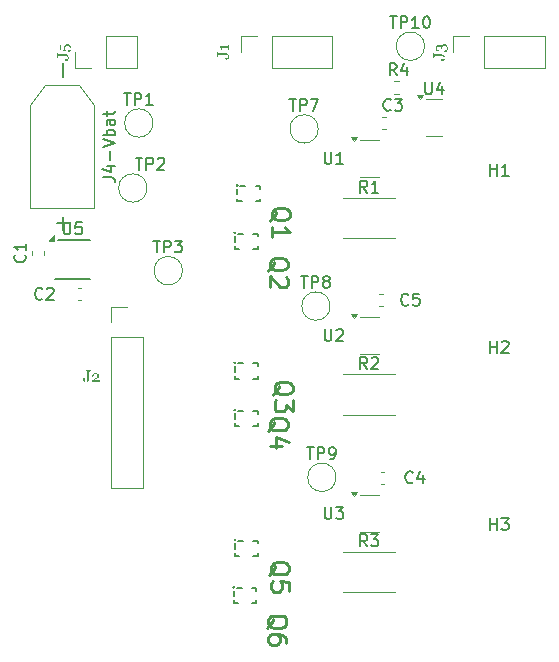
<source format=gbr>
%TF.GenerationSoftware,KiCad,Pcbnew,8.0.2*%
%TF.CreationDate,2024-06-01T20:14:58-04:00*%
%TF.ProjectId,small_compliant_drive,736d616c-6c5f-4636-9f6d-706c69616e74,rev?*%
%TF.SameCoordinates,Original*%
%TF.FileFunction,Legend,Top*%
%TF.FilePolarity,Positive*%
%FSLAX46Y46*%
G04 Gerber Fmt 4.6, Leading zero omitted, Abs format (unit mm)*
G04 Created by KiCad (PCBNEW 8.0.2) date 2024-06-01 20:14:58*
%MOMM*%
%LPD*%
G01*
G04 APERTURE LIST*
%ADD10C,0.150000*%
%ADD11C,0.254000*%
%ADD12C,0.120000*%
%ADD13C,0.127000*%
G04 APERTURE END LIST*
D10*
X158454819Y-51571428D02*
X159169104Y-51571428D01*
X159169104Y-51571428D02*
X159311961Y-51619047D01*
X159311961Y-51619047D02*
X159407200Y-51714285D01*
X159407200Y-51714285D02*
X159454819Y-51857142D01*
X159454819Y-51857142D02*
X159454819Y-51952380D01*
X158788152Y-50666666D02*
X159454819Y-50666666D01*
X158407200Y-50904761D02*
X159121485Y-51142856D01*
X159121485Y-51142856D02*
X159121485Y-50523809D01*
X159073866Y-50142856D02*
X159073866Y-49380952D01*
X158454819Y-49047618D02*
X159454819Y-48714285D01*
X159454819Y-48714285D02*
X158454819Y-48380952D01*
X159454819Y-48047618D02*
X158454819Y-48047618D01*
X158835771Y-48047618D02*
X158788152Y-47952380D01*
X158788152Y-47952380D02*
X158788152Y-47761904D01*
X158788152Y-47761904D02*
X158835771Y-47666666D01*
X158835771Y-47666666D02*
X158883390Y-47619047D01*
X158883390Y-47619047D02*
X158978628Y-47571428D01*
X158978628Y-47571428D02*
X159264342Y-47571428D01*
X159264342Y-47571428D02*
X159359580Y-47619047D01*
X159359580Y-47619047D02*
X159407200Y-47666666D01*
X159407200Y-47666666D02*
X159454819Y-47761904D01*
X159454819Y-47761904D02*
X159454819Y-47952380D01*
X159454819Y-47952380D02*
X159407200Y-48047618D01*
X159454819Y-46714285D02*
X158931009Y-46714285D01*
X158931009Y-46714285D02*
X158835771Y-46761904D01*
X158835771Y-46761904D02*
X158788152Y-46857142D01*
X158788152Y-46857142D02*
X158788152Y-47047618D01*
X158788152Y-47047618D02*
X158835771Y-47142856D01*
X159407200Y-46714285D02*
X159454819Y-46809523D01*
X159454819Y-46809523D02*
X159454819Y-47047618D01*
X159454819Y-47047618D02*
X159407200Y-47142856D01*
X159407200Y-47142856D02*
X159311961Y-47190475D01*
X159311961Y-47190475D02*
X159216723Y-47190475D01*
X159216723Y-47190475D02*
X159121485Y-47142856D01*
X159121485Y-47142856D02*
X159073866Y-47047618D01*
X159073866Y-47047618D02*
X159073866Y-46809523D01*
X159073866Y-46809523D02*
X159026247Y-46714285D01*
X158788152Y-46380951D02*
X158788152Y-45999999D01*
X158454819Y-46238094D02*
X159311961Y-46238094D01*
X159311961Y-46238094D02*
X159407200Y-46190475D01*
X159407200Y-46190475D02*
X159454819Y-46095237D01*
X159454819Y-46095237D02*
X159454819Y-45999999D01*
X155114700Y-56071428D02*
X155114700Y-54928571D01*
X155686128Y-55499999D02*
X154543271Y-55499999D01*
X155114700Y-43071428D02*
X155114700Y-41928571D01*
X180833333Y-82834819D02*
X180500000Y-82358628D01*
X180261905Y-82834819D02*
X180261905Y-81834819D01*
X180261905Y-81834819D02*
X180642857Y-81834819D01*
X180642857Y-81834819D02*
X180738095Y-81882438D01*
X180738095Y-81882438D02*
X180785714Y-81930057D01*
X180785714Y-81930057D02*
X180833333Y-82025295D01*
X180833333Y-82025295D02*
X180833333Y-82168152D01*
X180833333Y-82168152D02*
X180785714Y-82263390D01*
X180785714Y-82263390D02*
X180738095Y-82311009D01*
X180738095Y-82311009D02*
X180642857Y-82358628D01*
X180642857Y-82358628D02*
X180261905Y-82358628D01*
X181166667Y-81834819D02*
X181785714Y-81834819D01*
X181785714Y-81834819D02*
X181452381Y-82215771D01*
X181452381Y-82215771D02*
X181595238Y-82215771D01*
X181595238Y-82215771D02*
X181690476Y-82263390D01*
X181690476Y-82263390D02*
X181738095Y-82311009D01*
X181738095Y-82311009D02*
X181785714Y-82406247D01*
X181785714Y-82406247D02*
X181785714Y-82644342D01*
X181785714Y-82644342D02*
X181738095Y-82739580D01*
X181738095Y-82739580D02*
X181690476Y-82787200D01*
X181690476Y-82787200D02*
X181595238Y-82834819D01*
X181595238Y-82834819D02*
X181309524Y-82834819D01*
X181309524Y-82834819D02*
X181214286Y-82787200D01*
X181214286Y-82787200D02*
X181166667Y-82739580D01*
X180833333Y-67834819D02*
X180500000Y-67358628D01*
X180261905Y-67834819D02*
X180261905Y-66834819D01*
X180261905Y-66834819D02*
X180642857Y-66834819D01*
X180642857Y-66834819D02*
X180738095Y-66882438D01*
X180738095Y-66882438D02*
X180785714Y-66930057D01*
X180785714Y-66930057D02*
X180833333Y-67025295D01*
X180833333Y-67025295D02*
X180833333Y-67168152D01*
X180833333Y-67168152D02*
X180785714Y-67263390D01*
X180785714Y-67263390D02*
X180738095Y-67311009D01*
X180738095Y-67311009D02*
X180642857Y-67358628D01*
X180642857Y-67358628D02*
X180261905Y-67358628D01*
X181214286Y-66930057D02*
X181261905Y-66882438D01*
X181261905Y-66882438D02*
X181357143Y-66834819D01*
X181357143Y-66834819D02*
X181595238Y-66834819D01*
X181595238Y-66834819D02*
X181690476Y-66882438D01*
X181690476Y-66882438D02*
X181738095Y-66930057D01*
X181738095Y-66930057D02*
X181785714Y-67025295D01*
X181785714Y-67025295D02*
X181785714Y-67120533D01*
X181785714Y-67120533D02*
X181738095Y-67263390D01*
X181738095Y-67263390D02*
X181166667Y-67834819D01*
X181166667Y-67834819D02*
X181785714Y-67834819D01*
X180833333Y-52884819D02*
X180500000Y-52408628D01*
X180261905Y-52884819D02*
X180261905Y-51884819D01*
X180261905Y-51884819D02*
X180642857Y-51884819D01*
X180642857Y-51884819D02*
X180738095Y-51932438D01*
X180738095Y-51932438D02*
X180785714Y-51980057D01*
X180785714Y-51980057D02*
X180833333Y-52075295D01*
X180833333Y-52075295D02*
X180833333Y-52218152D01*
X180833333Y-52218152D02*
X180785714Y-52313390D01*
X180785714Y-52313390D02*
X180738095Y-52361009D01*
X180738095Y-52361009D02*
X180642857Y-52408628D01*
X180642857Y-52408628D02*
X180261905Y-52408628D01*
X181785714Y-52884819D02*
X181214286Y-52884819D01*
X181500000Y-52884819D02*
X181500000Y-51884819D01*
X181500000Y-51884819D02*
X181404762Y-52027676D01*
X181404762Y-52027676D02*
X181309524Y-52122914D01*
X181309524Y-52122914D02*
X181214286Y-52170533D01*
X184333333Y-62359580D02*
X184285714Y-62407200D01*
X184285714Y-62407200D02*
X184142857Y-62454819D01*
X184142857Y-62454819D02*
X184047619Y-62454819D01*
X184047619Y-62454819D02*
X183904762Y-62407200D01*
X183904762Y-62407200D02*
X183809524Y-62311961D01*
X183809524Y-62311961D02*
X183761905Y-62216723D01*
X183761905Y-62216723D02*
X183714286Y-62026247D01*
X183714286Y-62026247D02*
X183714286Y-61883390D01*
X183714286Y-61883390D02*
X183761905Y-61692914D01*
X183761905Y-61692914D02*
X183809524Y-61597676D01*
X183809524Y-61597676D02*
X183904762Y-61502438D01*
X183904762Y-61502438D02*
X184047619Y-61454819D01*
X184047619Y-61454819D02*
X184142857Y-61454819D01*
X184142857Y-61454819D02*
X184285714Y-61502438D01*
X184285714Y-61502438D02*
X184333333Y-61550057D01*
X185238095Y-61454819D02*
X184761905Y-61454819D01*
X184761905Y-61454819D02*
X184714286Y-61931009D01*
X184714286Y-61931009D02*
X184761905Y-61883390D01*
X184761905Y-61883390D02*
X184857143Y-61835771D01*
X184857143Y-61835771D02*
X185095238Y-61835771D01*
X185095238Y-61835771D02*
X185190476Y-61883390D01*
X185190476Y-61883390D02*
X185238095Y-61931009D01*
X185238095Y-61931009D02*
X185285714Y-62026247D01*
X185285714Y-62026247D02*
X185285714Y-62264342D01*
X185285714Y-62264342D02*
X185238095Y-62359580D01*
X185238095Y-62359580D02*
X185190476Y-62407200D01*
X185190476Y-62407200D02*
X185095238Y-62454819D01*
X185095238Y-62454819D02*
X184857143Y-62454819D01*
X184857143Y-62454819D02*
X184761905Y-62407200D01*
X184761905Y-62407200D02*
X184714286Y-62359580D01*
X184695833Y-77409580D02*
X184648214Y-77457200D01*
X184648214Y-77457200D02*
X184505357Y-77504819D01*
X184505357Y-77504819D02*
X184410119Y-77504819D01*
X184410119Y-77504819D02*
X184267262Y-77457200D01*
X184267262Y-77457200D02*
X184172024Y-77361961D01*
X184172024Y-77361961D02*
X184124405Y-77266723D01*
X184124405Y-77266723D02*
X184076786Y-77076247D01*
X184076786Y-77076247D02*
X184076786Y-76933390D01*
X184076786Y-76933390D02*
X184124405Y-76742914D01*
X184124405Y-76742914D02*
X184172024Y-76647676D01*
X184172024Y-76647676D02*
X184267262Y-76552438D01*
X184267262Y-76552438D02*
X184410119Y-76504819D01*
X184410119Y-76504819D02*
X184505357Y-76504819D01*
X184505357Y-76504819D02*
X184648214Y-76552438D01*
X184648214Y-76552438D02*
X184695833Y-76600057D01*
X185552976Y-76838152D02*
X185552976Y-77504819D01*
X185314881Y-76457200D02*
X185076786Y-77171485D01*
X185076786Y-77171485D02*
X185695833Y-77171485D01*
X182833333Y-45859580D02*
X182785714Y-45907200D01*
X182785714Y-45907200D02*
X182642857Y-45954819D01*
X182642857Y-45954819D02*
X182547619Y-45954819D01*
X182547619Y-45954819D02*
X182404762Y-45907200D01*
X182404762Y-45907200D02*
X182309524Y-45811961D01*
X182309524Y-45811961D02*
X182261905Y-45716723D01*
X182261905Y-45716723D02*
X182214286Y-45526247D01*
X182214286Y-45526247D02*
X182214286Y-45383390D01*
X182214286Y-45383390D02*
X182261905Y-45192914D01*
X182261905Y-45192914D02*
X182309524Y-45097676D01*
X182309524Y-45097676D02*
X182404762Y-45002438D01*
X182404762Y-45002438D02*
X182547619Y-44954819D01*
X182547619Y-44954819D02*
X182642857Y-44954819D01*
X182642857Y-44954819D02*
X182785714Y-45002438D01*
X182785714Y-45002438D02*
X182833333Y-45050057D01*
X183166667Y-44954819D02*
X183785714Y-44954819D01*
X183785714Y-44954819D02*
X183452381Y-45335771D01*
X183452381Y-45335771D02*
X183595238Y-45335771D01*
X183595238Y-45335771D02*
X183690476Y-45383390D01*
X183690476Y-45383390D02*
X183738095Y-45431009D01*
X183738095Y-45431009D02*
X183785714Y-45526247D01*
X183785714Y-45526247D02*
X183785714Y-45764342D01*
X183785714Y-45764342D02*
X183738095Y-45859580D01*
X183738095Y-45859580D02*
X183690476Y-45907200D01*
X183690476Y-45907200D02*
X183595238Y-45954819D01*
X183595238Y-45954819D02*
X183309524Y-45954819D01*
X183309524Y-45954819D02*
X183214286Y-45907200D01*
X183214286Y-45907200D02*
X183166667Y-45859580D01*
X155138095Y-55404819D02*
X155138095Y-56214342D01*
X155138095Y-56214342D02*
X155185714Y-56309580D01*
X155185714Y-56309580D02*
X155233333Y-56357200D01*
X155233333Y-56357200D02*
X155328571Y-56404819D01*
X155328571Y-56404819D02*
X155519047Y-56404819D01*
X155519047Y-56404819D02*
X155614285Y-56357200D01*
X155614285Y-56357200D02*
X155661904Y-56309580D01*
X155661904Y-56309580D02*
X155709523Y-56214342D01*
X155709523Y-56214342D02*
X155709523Y-55404819D01*
X156661904Y-55404819D02*
X156185714Y-55404819D01*
X156185714Y-55404819D02*
X156138095Y-55881009D01*
X156138095Y-55881009D02*
X156185714Y-55833390D01*
X156185714Y-55833390D02*
X156280952Y-55785771D01*
X156280952Y-55785771D02*
X156519047Y-55785771D01*
X156519047Y-55785771D02*
X156614285Y-55833390D01*
X156614285Y-55833390D02*
X156661904Y-55881009D01*
X156661904Y-55881009D02*
X156709523Y-55976247D01*
X156709523Y-55976247D02*
X156709523Y-56214342D01*
X156709523Y-56214342D02*
X156661904Y-56309580D01*
X156661904Y-56309580D02*
X156614285Y-56357200D01*
X156614285Y-56357200D02*
X156519047Y-56404819D01*
X156519047Y-56404819D02*
X156280952Y-56404819D01*
X156280952Y-56404819D02*
X156185714Y-56357200D01*
X156185714Y-56357200D02*
X156138095Y-56309580D01*
X185738095Y-43554819D02*
X185738095Y-44364342D01*
X185738095Y-44364342D02*
X185785714Y-44459580D01*
X185785714Y-44459580D02*
X185833333Y-44507200D01*
X185833333Y-44507200D02*
X185928571Y-44554819D01*
X185928571Y-44554819D02*
X186119047Y-44554819D01*
X186119047Y-44554819D02*
X186214285Y-44507200D01*
X186214285Y-44507200D02*
X186261904Y-44459580D01*
X186261904Y-44459580D02*
X186309523Y-44364342D01*
X186309523Y-44364342D02*
X186309523Y-43554819D01*
X187214285Y-43888152D02*
X187214285Y-44554819D01*
X186976190Y-43507200D02*
X186738095Y-44221485D01*
X186738095Y-44221485D02*
X187357142Y-44221485D01*
X177238095Y-79504819D02*
X177238095Y-80314342D01*
X177238095Y-80314342D02*
X177285714Y-80409580D01*
X177285714Y-80409580D02*
X177333333Y-80457200D01*
X177333333Y-80457200D02*
X177428571Y-80504819D01*
X177428571Y-80504819D02*
X177619047Y-80504819D01*
X177619047Y-80504819D02*
X177714285Y-80457200D01*
X177714285Y-80457200D02*
X177761904Y-80409580D01*
X177761904Y-80409580D02*
X177809523Y-80314342D01*
X177809523Y-80314342D02*
X177809523Y-79504819D01*
X178190476Y-79504819D02*
X178809523Y-79504819D01*
X178809523Y-79504819D02*
X178476190Y-79885771D01*
X178476190Y-79885771D02*
X178619047Y-79885771D01*
X178619047Y-79885771D02*
X178714285Y-79933390D01*
X178714285Y-79933390D02*
X178761904Y-79981009D01*
X178761904Y-79981009D02*
X178809523Y-80076247D01*
X178809523Y-80076247D02*
X178809523Y-80314342D01*
X178809523Y-80314342D02*
X178761904Y-80409580D01*
X178761904Y-80409580D02*
X178714285Y-80457200D01*
X178714285Y-80457200D02*
X178619047Y-80504819D01*
X178619047Y-80504819D02*
X178333333Y-80504819D01*
X178333333Y-80504819D02*
X178238095Y-80457200D01*
X178238095Y-80457200D02*
X178190476Y-80409580D01*
X177238095Y-64454819D02*
X177238095Y-65264342D01*
X177238095Y-65264342D02*
X177285714Y-65359580D01*
X177285714Y-65359580D02*
X177333333Y-65407200D01*
X177333333Y-65407200D02*
X177428571Y-65454819D01*
X177428571Y-65454819D02*
X177619047Y-65454819D01*
X177619047Y-65454819D02*
X177714285Y-65407200D01*
X177714285Y-65407200D02*
X177761904Y-65359580D01*
X177761904Y-65359580D02*
X177809523Y-65264342D01*
X177809523Y-65264342D02*
X177809523Y-64454819D01*
X178238095Y-64550057D02*
X178285714Y-64502438D01*
X178285714Y-64502438D02*
X178380952Y-64454819D01*
X178380952Y-64454819D02*
X178619047Y-64454819D01*
X178619047Y-64454819D02*
X178714285Y-64502438D01*
X178714285Y-64502438D02*
X178761904Y-64550057D01*
X178761904Y-64550057D02*
X178809523Y-64645295D01*
X178809523Y-64645295D02*
X178809523Y-64740533D01*
X178809523Y-64740533D02*
X178761904Y-64883390D01*
X178761904Y-64883390D02*
X178190476Y-65454819D01*
X178190476Y-65454819D02*
X178809523Y-65454819D01*
X177238095Y-49454819D02*
X177238095Y-50264342D01*
X177238095Y-50264342D02*
X177285714Y-50359580D01*
X177285714Y-50359580D02*
X177333333Y-50407200D01*
X177333333Y-50407200D02*
X177428571Y-50454819D01*
X177428571Y-50454819D02*
X177619047Y-50454819D01*
X177619047Y-50454819D02*
X177714285Y-50407200D01*
X177714285Y-50407200D02*
X177761904Y-50359580D01*
X177761904Y-50359580D02*
X177809523Y-50264342D01*
X177809523Y-50264342D02*
X177809523Y-49454819D01*
X178809523Y-50454819D02*
X178238095Y-50454819D01*
X178523809Y-50454819D02*
X178523809Y-49454819D01*
X178523809Y-49454819D02*
X178428571Y-49597676D01*
X178428571Y-49597676D02*
X178333333Y-49692914D01*
X178333333Y-49692914D02*
X178238095Y-49740533D01*
X182761905Y-37956819D02*
X183333333Y-37956819D01*
X183047619Y-38956819D02*
X183047619Y-37956819D01*
X183666667Y-38956819D02*
X183666667Y-37956819D01*
X183666667Y-37956819D02*
X184047619Y-37956819D01*
X184047619Y-37956819D02*
X184142857Y-38004438D01*
X184142857Y-38004438D02*
X184190476Y-38052057D01*
X184190476Y-38052057D02*
X184238095Y-38147295D01*
X184238095Y-38147295D02*
X184238095Y-38290152D01*
X184238095Y-38290152D02*
X184190476Y-38385390D01*
X184190476Y-38385390D02*
X184142857Y-38433009D01*
X184142857Y-38433009D02*
X184047619Y-38480628D01*
X184047619Y-38480628D02*
X183666667Y-38480628D01*
X185190476Y-38956819D02*
X184619048Y-38956819D01*
X184904762Y-38956819D02*
X184904762Y-37956819D01*
X184904762Y-37956819D02*
X184809524Y-38099676D01*
X184809524Y-38099676D02*
X184714286Y-38194914D01*
X184714286Y-38194914D02*
X184619048Y-38242533D01*
X185809524Y-37956819D02*
X185904762Y-37956819D01*
X185904762Y-37956819D02*
X186000000Y-38004438D01*
X186000000Y-38004438D02*
X186047619Y-38052057D01*
X186047619Y-38052057D02*
X186095238Y-38147295D01*
X186095238Y-38147295D02*
X186142857Y-38337771D01*
X186142857Y-38337771D02*
X186142857Y-38575866D01*
X186142857Y-38575866D02*
X186095238Y-38766342D01*
X186095238Y-38766342D02*
X186047619Y-38861580D01*
X186047619Y-38861580D02*
X186000000Y-38909200D01*
X186000000Y-38909200D02*
X185904762Y-38956819D01*
X185904762Y-38956819D02*
X185809524Y-38956819D01*
X185809524Y-38956819D02*
X185714286Y-38909200D01*
X185714286Y-38909200D02*
X185666667Y-38861580D01*
X185666667Y-38861580D02*
X185619048Y-38766342D01*
X185619048Y-38766342D02*
X185571429Y-38575866D01*
X185571429Y-38575866D02*
X185571429Y-38337771D01*
X185571429Y-38337771D02*
X185619048Y-38147295D01*
X185619048Y-38147295D02*
X185666667Y-38052057D01*
X185666667Y-38052057D02*
X185714286Y-38004438D01*
X185714286Y-38004438D02*
X185809524Y-37956819D01*
X175738095Y-74456819D02*
X176309523Y-74456819D01*
X176023809Y-75456819D02*
X176023809Y-74456819D01*
X176642857Y-75456819D02*
X176642857Y-74456819D01*
X176642857Y-74456819D02*
X177023809Y-74456819D01*
X177023809Y-74456819D02*
X177119047Y-74504438D01*
X177119047Y-74504438D02*
X177166666Y-74552057D01*
X177166666Y-74552057D02*
X177214285Y-74647295D01*
X177214285Y-74647295D02*
X177214285Y-74790152D01*
X177214285Y-74790152D02*
X177166666Y-74885390D01*
X177166666Y-74885390D02*
X177119047Y-74933009D01*
X177119047Y-74933009D02*
X177023809Y-74980628D01*
X177023809Y-74980628D02*
X176642857Y-74980628D01*
X177690476Y-75456819D02*
X177880952Y-75456819D01*
X177880952Y-75456819D02*
X177976190Y-75409200D01*
X177976190Y-75409200D02*
X178023809Y-75361580D01*
X178023809Y-75361580D02*
X178119047Y-75218723D01*
X178119047Y-75218723D02*
X178166666Y-75028247D01*
X178166666Y-75028247D02*
X178166666Y-74647295D01*
X178166666Y-74647295D02*
X178119047Y-74552057D01*
X178119047Y-74552057D02*
X178071428Y-74504438D01*
X178071428Y-74504438D02*
X177976190Y-74456819D01*
X177976190Y-74456819D02*
X177785714Y-74456819D01*
X177785714Y-74456819D02*
X177690476Y-74504438D01*
X177690476Y-74504438D02*
X177642857Y-74552057D01*
X177642857Y-74552057D02*
X177595238Y-74647295D01*
X177595238Y-74647295D02*
X177595238Y-74885390D01*
X177595238Y-74885390D02*
X177642857Y-74980628D01*
X177642857Y-74980628D02*
X177690476Y-75028247D01*
X177690476Y-75028247D02*
X177785714Y-75075866D01*
X177785714Y-75075866D02*
X177976190Y-75075866D01*
X177976190Y-75075866D02*
X178071428Y-75028247D01*
X178071428Y-75028247D02*
X178119047Y-74980628D01*
X178119047Y-74980628D02*
X178166666Y-74885390D01*
X175238095Y-59956819D02*
X175809523Y-59956819D01*
X175523809Y-60956819D02*
X175523809Y-59956819D01*
X176142857Y-60956819D02*
X176142857Y-59956819D01*
X176142857Y-59956819D02*
X176523809Y-59956819D01*
X176523809Y-59956819D02*
X176619047Y-60004438D01*
X176619047Y-60004438D02*
X176666666Y-60052057D01*
X176666666Y-60052057D02*
X176714285Y-60147295D01*
X176714285Y-60147295D02*
X176714285Y-60290152D01*
X176714285Y-60290152D02*
X176666666Y-60385390D01*
X176666666Y-60385390D02*
X176619047Y-60433009D01*
X176619047Y-60433009D02*
X176523809Y-60480628D01*
X176523809Y-60480628D02*
X176142857Y-60480628D01*
X177285714Y-60385390D02*
X177190476Y-60337771D01*
X177190476Y-60337771D02*
X177142857Y-60290152D01*
X177142857Y-60290152D02*
X177095238Y-60194914D01*
X177095238Y-60194914D02*
X177095238Y-60147295D01*
X177095238Y-60147295D02*
X177142857Y-60052057D01*
X177142857Y-60052057D02*
X177190476Y-60004438D01*
X177190476Y-60004438D02*
X177285714Y-59956819D01*
X177285714Y-59956819D02*
X177476190Y-59956819D01*
X177476190Y-59956819D02*
X177571428Y-60004438D01*
X177571428Y-60004438D02*
X177619047Y-60052057D01*
X177619047Y-60052057D02*
X177666666Y-60147295D01*
X177666666Y-60147295D02*
X177666666Y-60194914D01*
X177666666Y-60194914D02*
X177619047Y-60290152D01*
X177619047Y-60290152D02*
X177571428Y-60337771D01*
X177571428Y-60337771D02*
X177476190Y-60385390D01*
X177476190Y-60385390D02*
X177285714Y-60385390D01*
X177285714Y-60385390D02*
X177190476Y-60433009D01*
X177190476Y-60433009D02*
X177142857Y-60480628D01*
X177142857Y-60480628D02*
X177095238Y-60575866D01*
X177095238Y-60575866D02*
X177095238Y-60766342D01*
X177095238Y-60766342D02*
X177142857Y-60861580D01*
X177142857Y-60861580D02*
X177190476Y-60909200D01*
X177190476Y-60909200D02*
X177285714Y-60956819D01*
X177285714Y-60956819D02*
X177476190Y-60956819D01*
X177476190Y-60956819D02*
X177571428Y-60909200D01*
X177571428Y-60909200D02*
X177619047Y-60861580D01*
X177619047Y-60861580D02*
X177666666Y-60766342D01*
X177666666Y-60766342D02*
X177666666Y-60575866D01*
X177666666Y-60575866D02*
X177619047Y-60480628D01*
X177619047Y-60480628D02*
X177571428Y-60433009D01*
X177571428Y-60433009D02*
X177476190Y-60385390D01*
X174238095Y-44956819D02*
X174809523Y-44956819D01*
X174523809Y-45956819D02*
X174523809Y-44956819D01*
X175142857Y-45956819D02*
X175142857Y-44956819D01*
X175142857Y-44956819D02*
X175523809Y-44956819D01*
X175523809Y-44956819D02*
X175619047Y-45004438D01*
X175619047Y-45004438D02*
X175666666Y-45052057D01*
X175666666Y-45052057D02*
X175714285Y-45147295D01*
X175714285Y-45147295D02*
X175714285Y-45290152D01*
X175714285Y-45290152D02*
X175666666Y-45385390D01*
X175666666Y-45385390D02*
X175619047Y-45433009D01*
X175619047Y-45433009D02*
X175523809Y-45480628D01*
X175523809Y-45480628D02*
X175142857Y-45480628D01*
X176047619Y-44956819D02*
X176714285Y-44956819D01*
X176714285Y-44956819D02*
X176285714Y-45956819D01*
X162738095Y-56956819D02*
X163309523Y-56956819D01*
X163023809Y-57956819D02*
X163023809Y-56956819D01*
X163642857Y-57956819D02*
X163642857Y-56956819D01*
X163642857Y-56956819D02*
X164023809Y-56956819D01*
X164023809Y-56956819D02*
X164119047Y-57004438D01*
X164119047Y-57004438D02*
X164166666Y-57052057D01*
X164166666Y-57052057D02*
X164214285Y-57147295D01*
X164214285Y-57147295D02*
X164214285Y-57290152D01*
X164214285Y-57290152D02*
X164166666Y-57385390D01*
X164166666Y-57385390D02*
X164119047Y-57433009D01*
X164119047Y-57433009D02*
X164023809Y-57480628D01*
X164023809Y-57480628D02*
X163642857Y-57480628D01*
X164547619Y-56956819D02*
X165166666Y-56956819D01*
X165166666Y-56956819D02*
X164833333Y-57337771D01*
X164833333Y-57337771D02*
X164976190Y-57337771D01*
X164976190Y-57337771D02*
X165071428Y-57385390D01*
X165071428Y-57385390D02*
X165119047Y-57433009D01*
X165119047Y-57433009D02*
X165166666Y-57528247D01*
X165166666Y-57528247D02*
X165166666Y-57766342D01*
X165166666Y-57766342D02*
X165119047Y-57861580D01*
X165119047Y-57861580D02*
X165071428Y-57909200D01*
X165071428Y-57909200D02*
X164976190Y-57956819D01*
X164976190Y-57956819D02*
X164690476Y-57956819D01*
X164690476Y-57956819D02*
X164595238Y-57909200D01*
X164595238Y-57909200D02*
X164547619Y-57861580D01*
X161238095Y-49954819D02*
X161809523Y-49954819D01*
X161523809Y-50954819D02*
X161523809Y-49954819D01*
X162142857Y-50954819D02*
X162142857Y-49954819D01*
X162142857Y-49954819D02*
X162523809Y-49954819D01*
X162523809Y-49954819D02*
X162619047Y-50002438D01*
X162619047Y-50002438D02*
X162666666Y-50050057D01*
X162666666Y-50050057D02*
X162714285Y-50145295D01*
X162714285Y-50145295D02*
X162714285Y-50288152D01*
X162714285Y-50288152D02*
X162666666Y-50383390D01*
X162666666Y-50383390D02*
X162619047Y-50431009D01*
X162619047Y-50431009D02*
X162523809Y-50478628D01*
X162523809Y-50478628D02*
X162142857Y-50478628D01*
X163095238Y-50050057D02*
X163142857Y-50002438D01*
X163142857Y-50002438D02*
X163238095Y-49954819D01*
X163238095Y-49954819D02*
X163476190Y-49954819D01*
X163476190Y-49954819D02*
X163571428Y-50002438D01*
X163571428Y-50002438D02*
X163619047Y-50050057D01*
X163619047Y-50050057D02*
X163666666Y-50145295D01*
X163666666Y-50145295D02*
X163666666Y-50240533D01*
X163666666Y-50240533D02*
X163619047Y-50383390D01*
X163619047Y-50383390D02*
X163047619Y-50954819D01*
X163047619Y-50954819D02*
X163666666Y-50954819D01*
X160238095Y-44456819D02*
X160809523Y-44456819D01*
X160523809Y-45456819D02*
X160523809Y-44456819D01*
X161142857Y-45456819D02*
X161142857Y-44456819D01*
X161142857Y-44456819D02*
X161523809Y-44456819D01*
X161523809Y-44456819D02*
X161619047Y-44504438D01*
X161619047Y-44504438D02*
X161666666Y-44552057D01*
X161666666Y-44552057D02*
X161714285Y-44647295D01*
X161714285Y-44647295D02*
X161714285Y-44790152D01*
X161714285Y-44790152D02*
X161666666Y-44885390D01*
X161666666Y-44885390D02*
X161619047Y-44933009D01*
X161619047Y-44933009D02*
X161523809Y-44980628D01*
X161523809Y-44980628D02*
X161142857Y-44980628D01*
X162666666Y-45456819D02*
X162095238Y-45456819D01*
X162380952Y-45456819D02*
X162380952Y-44456819D01*
X162380952Y-44456819D02*
X162285714Y-44599676D01*
X162285714Y-44599676D02*
X162190476Y-44694914D01*
X162190476Y-44694914D02*
X162095238Y-44742533D01*
X183333333Y-42954819D02*
X183000000Y-42478628D01*
X182761905Y-42954819D02*
X182761905Y-41954819D01*
X182761905Y-41954819D02*
X183142857Y-41954819D01*
X183142857Y-41954819D02*
X183238095Y-42002438D01*
X183238095Y-42002438D02*
X183285714Y-42050057D01*
X183285714Y-42050057D02*
X183333333Y-42145295D01*
X183333333Y-42145295D02*
X183333333Y-42288152D01*
X183333333Y-42288152D02*
X183285714Y-42383390D01*
X183285714Y-42383390D02*
X183238095Y-42431009D01*
X183238095Y-42431009D02*
X183142857Y-42478628D01*
X183142857Y-42478628D02*
X182761905Y-42478628D01*
X184190476Y-42288152D02*
X184190476Y-42954819D01*
X183952381Y-41907200D02*
X183714286Y-42621485D01*
X183714286Y-42621485D02*
X184333333Y-42621485D01*
D11*
X172332573Y-89791962D02*
X172405145Y-89646819D01*
X172405145Y-89646819D02*
X172550288Y-89501676D01*
X172550288Y-89501676D02*
X172768002Y-89283962D01*
X172768002Y-89283962D02*
X172840573Y-89138819D01*
X172840573Y-89138819D02*
X172840573Y-88993676D01*
X172477716Y-89066247D02*
X172550288Y-88921105D01*
X172550288Y-88921105D02*
X172695430Y-88775962D01*
X172695430Y-88775962D02*
X172985716Y-88703390D01*
X172985716Y-88703390D02*
X173493716Y-88703390D01*
X173493716Y-88703390D02*
X173784002Y-88775962D01*
X173784002Y-88775962D02*
X173929145Y-88921105D01*
X173929145Y-88921105D02*
X174001716Y-89066247D01*
X174001716Y-89066247D02*
X174001716Y-89356533D01*
X174001716Y-89356533D02*
X173929145Y-89501676D01*
X173929145Y-89501676D02*
X173784002Y-89646819D01*
X173784002Y-89646819D02*
X173493716Y-89719390D01*
X173493716Y-89719390D02*
X172985716Y-89719390D01*
X172985716Y-89719390D02*
X172695430Y-89646819D01*
X172695430Y-89646819D02*
X172550288Y-89501676D01*
X172550288Y-89501676D02*
X172477716Y-89356533D01*
X172477716Y-89356533D02*
X172477716Y-89066247D01*
X174001716Y-91025676D02*
X174001716Y-90735390D01*
X174001716Y-90735390D02*
X173929145Y-90590247D01*
X173929145Y-90590247D02*
X173856573Y-90517676D01*
X173856573Y-90517676D02*
X173638859Y-90372533D01*
X173638859Y-90372533D02*
X173348573Y-90299961D01*
X173348573Y-90299961D02*
X172768002Y-90299961D01*
X172768002Y-90299961D02*
X172622859Y-90372533D01*
X172622859Y-90372533D02*
X172550288Y-90445104D01*
X172550288Y-90445104D02*
X172477716Y-90590247D01*
X172477716Y-90590247D02*
X172477716Y-90880533D01*
X172477716Y-90880533D02*
X172550288Y-91025676D01*
X172550288Y-91025676D02*
X172622859Y-91098247D01*
X172622859Y-91098247D02*
X172768002Y-91170818D01*
X172768002Y-91170818D02*
X173130859Y-91170818D01*
X173130859Y-91170818D02*
X173276002Y-91098247D01*
X173276002Y-91098247D02*
X173348573Y-91025676D01*
X173348573Y-91025676D02*
X173421145Y-90880533D01*
X173421145Y-90880533D02*
X173421145Y-90590247D01*
X173421145Y-90590247D02*
X173348573Y-90445104D01*
X173348573Y-90445104D02*
X173276002Y-90372533D01*
X173276002Y-90372533D02*
X173130859Y-90299961D01*
X172554573Y-85291962D02*
X172627145Y-85146819D01*
X172627145Y-85146819D02*
X172772288Y-85001676D01*
X172772288Y-85001676D02*
X172990002Y-84783962D01*
X172990002Y-84783962D02*
X173062573Y-84638819D01*
X173062573Y-84638819D02*
X173062573Y-84493676D01*
X172699716Y-84566247D02*
X172772288Y-84421105D01*
X172772288Y-84421105D02*
X172917430Y-84275962D01*
X172917430Y-84275962D02*
X173207716Y-84203390D01*
X173207716Y-84203390D02*
X173715716Y-84203390D01*
X173715716Y-84203390D02*
X174006002Y-84275962D01*
X174006002Y-84275962D02*
X174151145Y-84421105D01*
X174151145Y-84421105D02*
X174223716Y-84566247D01*
X174223716Y-84566247D02*
X174223716Y-84856533D01*
X174223716Y-84856533D02*
X174151145Y-85001676D01*
X174151145Y-85001676D02*
X174006002Y-85146819D01*
X174006002Y-85146819D02*
X173715716Y-85219390D01*
X173715716Y-85219390D02*
X173207716Y-85219390D01*
X173207716Y-85219390D02*
X172917430Y-85146819D01*
X172917430Y-85146819D02*
X172772288Y-85001676D01*
X172772288Y-85001676D02*
X172699716Y-84856533D01*
X172699716Y-84856533D02*
X172699716Y-84566247D01*
X174223716Y-86598247D02*
X174223716Y-85872533D01*
X174223716Y-85872533D02*
X173498002Y-85799961D01*
X173498002Y-85799961D02*
X173570573Y-85872533D01*
X173570573Y-85872533D02*
X173643145Y-86017676D01*
X173643145Y-86017676D02*
X173643145Y-86380533D01*
X173643145Y-86380533D02*
X173570573Y-86525676D01*
X173570573Y-86525676D02*
X173498002Y-86598247D01*
X173498002Y-86598247D02*
X173352859Y-86670818D01*
X173352859Y-86670818D02*
X172990002Y-86670818D01*
X172990002Y-86670818D02*
X172844859Y-86598247D01*
X172844859Y-86598247D02*
X172772288Y-86525676D01*
X172772288Y-86525676D02*
X172699716Y-86380533D01*
X172699716Y-86380533D02*
X172699716Y-86017676D01*
X172699716Y-86017676D02*
X172772288Y-85872533D01*
X172772288Y-85872533D02*
X172844859Y-85799961D01*
X172454573Y-73095962D02*
X172527145Y-72950819D01*
X172527145Y-72950819D02*
X172672288Y-72805676D01*
X172672288Y-72805676D02*
X172890002Y-72587962D01*
X172890002Y-72587962D02*
X172962573Y-72442819D01*
X172962573Y-72442819D02*
X172962573Y-72297676D01*
X172599716Y-72370247D02*
X172672288Y-72225105D01*
X172672288Y-72225105D02*
X172817430Y-72079962D01*
X172817430Y-72079962D02*
X173107716Y-72007390D01*
X173107716Y-72007390D02*
X173615716Y-72007390D01*
X173615716Y-72007390D02*
X173906002Y-72079962D01*
X173906002Y-72079962D02*
X174051145Y-72225105D01*
X174051145Y-72225105D02*
X174123716Y-72370247D01*
X174123716Y-72370247D02*
X174123716Y-72660533D01*
X174123716Y-72660533D02*
X174051145Y-72805676D01*
X174051145Y-72805676D02*
X173906002Y-72950819D01*
X173906002Y-72950819D02*
X173615716Y-73023390D01*
X173615716Y-73023390D02*
X173107716Y-73023390D01*
X173107716Y-73023390D02*
X172817430Y-72950819D01*
X172817430Y-72950819D02*
X172672288Y-72805676D01*
X172672288Y-72805676D02*
X172599716Y-72660533D01*
X172599716Y-72660533D02*
X172599716Y-72370247D01*
X173615716Y-74329676D02*
X172599716Y-74329676D01*
X174196288Y-73966818D02*
X173107716Y-73603961D01*
X173107716Y-73603961D02*
X173107716Y-74547390D01*
X172854573Y-70045962D02*
X172927145Y-69900819D01*
X172927145Y-69900819D02*
X173072288Y-69755676D01*
X173072288Y-69755676D02*
X173290002Y-69537962D01*
X173290002Y-69537962D02*
X173362573Y-69392819D01*
X173362573Y-69392819D02*
X173362573Y-69247676D01*
X172999716Y-69320247D02*
X173072288Y-69175105D01*
X173072288Y-69175105D02*
X173217430Y-69029962D01*
X173217430Y-69029962D02*
X173507716Y-68957390D01*
X173507716Y-68957390D02*
X174015716Y-68957390D01*
X174015716Y-68957390D02*
X174306002Y-69029962D01*
X174306002Y-69029962D02*
X174451145Y-69175105D01*
X174451145Y-69175105D02*
X174523716Y-69320247D01*
X174523716Y-69320247D02*
X174523716Y-69610533D01*
X174523716Y-69610533D02*
X174451145Y-69755676D01*
X174451145Y-69755676D02*
X174306002Y-69900819D01*
X174306002Y-69900819D02*
X174015716Y-69973390D01*
X174015716Y-69973390D02*
X173507716Y-69973390D01*
X173507716Y-69973390D02*
X173217430Y-69900819D01*
X173217430Y-69900819D02*
X173072288Y-69755676D01*
X173072288Y-69755676D02*
X172999716Y-69610533D01*
X172999716Y-69610533D02*
X172999716Y-69320247D01*
X174523716Y-70481390D02*
X174523716Y-71424818D01*
X174523716Y-71424818D02*
X173943145Y-70916818D01*
X173943145Y-70916818D02*
X173943145Y-71134533D01*
X173943145Y-71134533D02*
X173870573Y-71279676D01*
X173870573Y-71279676D02*
X173798002Y-71352247D01*
X173798002Y-71352247D02*
X173652859Y-71424818D01*
X173652859Y-71424818D02*
X173290002Y-71424818D01*
X173290002Y-71424818D02*
X173144859Y-71352247D01*
X173144859Y-71352247D02*
X173072288Y-71279676D01*
X173072288Y-71279676D02*
X172999716Y-71134533D01*
X172999716Y-71134533D02*
X172999716Y-70699104D01*
X172999716Y-70699104D02*
X173072288Y-70553961D01*
X173072288Y-70553961D02*
X173144859Y-70481390D01*
X172454573Y-59545962D02*
X172527145Y-59400819D01*
X172527145Y-59400819D02*
X172672288Y-59255676D01*
X172672288Y-59255676D02*
X172890002Y-59037962D01*
X172890002Y-59037962D02*
X172962573Y-58892819D01*
X172962573Y-58892819D02*
X172962573Y-58747676D01*
X172599716Y-58820247D02*
X172672288Y-58675105D01*
X172672288Y-58675105D02*
X172817430Y-58529962D01*
X172817430Y-58529962D02*
X173107716Y-58457390D01*
X173107716Y-58457390D02*
X173615716Y-58457390D01*
X173615716Y-58457390D02*
X173906002Y-58529962D01*
X173906002Y-58529962D02*
X174051145Y-58675105D01*
X174051145Y-58675105D02*
X174123716Y-58820247D01*
X174123716Y-58820247D02*
X174123716Y-59110533D01*
X174123716Y-59110533D02*
X174051145Y-59255676D01*
X174051145Y-59255676D02*
X173906002Y-59400819D01*
X173906002Y-59400819D02*
X173615716Y-59473390D01*
X173615716Y-59473390D02*
X173107716Y-59473390D01*
X173107716Y-59473390D02*
X172817430Y-59400819D01*
X172817430Y-59400819D02*
X172672288Y-59255676D01*
X172672288Y-59255676D02*
X172599716Y-59110533D01*
X172599716Y-59110533D02*
X172599716Y-58820247D01*
X173978573Y-60053961D02*
X174051145Y-60126533D01*
X174051145Y-60126533D02*
X174123716Y-60271676D01*
X174123716Y-60271676D02*
X174123716Y-60634533D01*
X174123716Y-60634533D02*
X174051145Y-60779676D01*
X174051145Y-60779676D02*
X173978573Y-60852247D01*
X173978573Y-60852247D02*
X173833430Y-60924818D01*
X173833430Y-60924818D02*
X173688288Y-60924818D01*
X173688288Y-60924818D02*
X173470573Y-60852247D01*
X173470573Y-60852247D02*
X172599716Y-59981390D01*
X172599716Y-59981390D02*
X172599716Y-60924818D01*
X172632573Y-55291962D02*
X172705145Y-55146819D01*
X172705145Y-55146819D02*
X172850288Y-55001676D01*
X172850288Y-55001676D02*
X173068002Y-54783962D01*
X173068002Y-54783962D02*
X173140573Y-54638819D01*
X173140573Y-54638819D02*
X173140573Y-54493676D01*
X172777716Y-54566247D02*
X172850288Y-54421105D01*
X172850288Y-54421105D02*
X172995430Y-54275962D01*
X172995430Y-54275962D02*
X173285716Y-54203390D01*
X173285716Y-54203390D02*
X173793716Y-54203390D01*
X173793716Y-54203390D02*
X174084002Y-54275962D01*
X174084002Y-54275962D02*
X174229145Y-54421105D01*
X174229145Y-54421105D02*
X174301716Y-54566247D01*
X174301716Y-54566247D02*
X174301716Y-54856533D01*
X174301716Y-54856533D02*
X174229145Y-55001676D01*
X174229145Y-55001676D02*
X174084002Y-55146819D01*
X174084002Y-55146819D02*
X173793716Y-55219390D01*
X173793716Y-55219390D02*
X173285716Y-55219390D01*
X173285716Y-55219390D02*
X172995430Y-55146819D01*
X172995430Y-55146819D02*
X172850288Y-55001676D01*
X172850288Y-55001676D02*
X172777716Y-54856533D01*
X172777716Y-54856533D02*
X172777716Y-54566247D01*
X172777716Y-56670818D02*
X172777716Y-55799961D01*
X172777716Y-56235390D02*
X174301716Y-56235390D01*
X174301716Y-56235390D02*
X174084002Y-56090247D01*
X174084002Y-56090247D02*
X173938859Y-55945104D01*
X173938859Y-55945104D02*
X173866288Y-55799961D01*
D10*
X191238095Y-81454819D02*
X191238095Y-80454819D01*
X191238095Y-80931009D02*
X191809523Y-80931009D01*
X191809523Y-81454819D02*
X191809523Y-80454819D01*
X192190476Y-80454819D02*
X192809523Y-80454819D01*
X192809523Y-80454819D02*
X192476190Y-80835771D01*
X192476190Y-80835771D02*
X192619047Y-80835771D01*
X192619047Y-80835771D02*
X192714285Y-80883390D01*
X192714285Y-80883390D02*
X192761904Y-80931009D01*
X192761904Y-80931009D02*
X192809523Y-81026247D01*
X192809523Y-81026247D02*
X192809523Y-81264342D01*
X192809523Y-81264342D02*
X192761904Y-81359580D01*
X192761904Y-81359580D02*
X192714285Y-81407200D01*
X192714285Y-81407200D02*
X192619047Y-81454819D01*
X192619047Y-81454819D02*
X192333333Y-81454819D01*
X192333333Y-81454819D02*
X192238095Y-81407200D01*
X192238095Y-81407200D02*
X192190476Y-81359580D01*
X191238095Y-66454819D02*
X191238095Y-65454819D01*
X191238095Y-65931009D02*
X191809523Y-65931009D01*
X191809523Y-66454819D02*
X191809523Y-65454819D01*
X192238095Y-65550057D02*
X192285714Y-65502438D01*
X192285714Y-65502438D02*
X192380952Y-65454819D01*
X192380952Y-65454819D02*
X192619047Y-65454819D01*
X192619047Y-65454819D02*
X192714285Y-65502438D01*
X192714285Y-65502438D02*
X192761904Y-65550057D01*
X192761904Y-65550057D02*
X192809523Y-65645295D01*
X192809523Y-65645295D02*
X192809523Y-65740533D01*
X192809523Y-65740533D02*
X192761904Y-65883390D01*
X192761904Y-65883390D02*
X192190476Y-66454819D01*
X192190476Y-66454819D02*
X192809523Y-66454819D01*
X191238095Y-51454819D02*
X191238095Y-50454819D01*
X191238095Y-50931009D02*
X191809523Y-50931009D01*
X191809523Y-51454819D02*
X191809523Y-50454819D01*
X192809523Y-51454819D02*
X192238095Y-51454819D01*
X192523809Y-51454819D02*
X192523809Y-50454819D01*
X192523809Y-50454819D02*
X192428571Y-50597676D01*
X192428571Y-50597676D02*
X192333333Y-50692914D01*
X192333333Y-50692914D02*
X192238095Y-50740533D01*
X153333333Y-61859580D02*
X153285714Y-61907200D01*
X153285714Y-61907200D02*
X153142857Y-61954819D01*
X153142857Y-61954819D02*
X153047619Y-61954819D01*
X153047619Y-61954819D02*
X152904762Y-61907200D01*
X152904762Y-61907200D02*
X152809524Y-61811961D01*
X152809524Y-61811961D02*
X152761905Y-61716723D01*
X152761905Y-61716723D02*
X152714286Y-61526247D01*
X152714286Y-61526247D02*
X152714286Y-61383390D01*
X152714286Y-61383390D02*
X152761905Y-61192914D01*
X152761905Y-61192914D02*
X152809524Y-61097676D01*
X152809524Y-61097676D02*
X152904762Y-61002438D01*
X152904762Y-61002438D02*
X153047619Y-60954819D01*
X153047619Y-60954819D02*
X153142857Y-60954819D01*
X153142857Y-60954819D02*
X153285714Y-61002438D01*
X153285714Y-61002438D02*
X153333333Y-61050057D01*
X153714286Y-61050057D02*
X153761905Y-61002438D01*
X153761905Y-61002438D02*
X153857143Y-60954819D01*
X153857143Y-60954819D02*
X154095238Y-60954819D01*
X154095238Y-60954819D02*
X154190476Y-61002438D01*
X154190476Y-61002438D02*
X154238095Y-61050057D01*
X154238095Y-61050057D02*
X154285714Y-61145295D01*
X154285714Y-61145295D02*
X154285714Y-61240533D01*
X154285714Y-61240533D02*
X154238095Y-61383390D01*
X154238095Y-61383390D02*
X153666667Y-61954819D01*
X153666667Y-61954819D02*
X154285714Y-61954819D01*
X151859580Y-58166666D02*
X151907200Y-58214285D01*
X151907200Y-58214285D02*
X151954819Y-58357142D01*
X151954819Y-58357142D02*
X151954819Y-58452380D01*
X151954819Y-58452380D02*
X151907200Y-58595237D01*
X151907200Y-58595237D02*
X151811961Y-58690475D01*
X151811961Y-58690475D02*
X151716723Y-58738094D01*
X151716723Y-58738094D02*
X151526247Y-58785713D01*
X151526247Y-58785713D02*
X151383390Y-58785713D01*
X151383390Y-58785713D02*
X151192914Y-58738094D01*
X151192914Y-58738094D02*
X151097676Y-58690475D01*
X151097676Y-58690475D02*
X151002438Y-58595237D01*
X151002438Y-58595237D02*
X150954819Y-58452380D01*
X150954819Y-58452380D02*
X150954819Y-58357142D01*
X150954819Y-58357142D02*
X151002438Y-58214285D01*
X151002438Y-58214285D02*
X151050057Y-58166666D01*
X151954819Y-57214285D02*
X151954819Y-57785713D01*
X151954819Y-57499999D02*
X150954819Y-57499999D01*
X150954819Y-57499999D02*
X151097676Y-57595237D01*
X151097676Y-57595237D02*
X151192914Y-57690475D01*
X151192914Y-57690475D02*
X151240533Y-57785713D01*
G36*
X168200914Y-40946422D02*
G01*
X168206043Y-40994050D01*
X168217522Y-41042410D01*
X168244877Y-41074161D01*
X168286887Y-41082222D01*
X168865254Y-41082222D01*
X168915039Y-41087391D01*
X168961486Y-41100540D01*
X169006752Y-41121362D01*
X169047295Y-41149484D01*
X169052344Y-41153785D01*
X169086862Y-41189266D01*
X169114607Y-41229827D01*
X169125129Y-41250261D01*
X169142049Y-41298406D01*
X169150012Y-41347642D01*
X169151263Y-41378488D01*
X169147416Y-41431794D01*
X169135875Y-41479849D01*
X169113696Y-41527634D01*
X169089713Y-41560205D01*
X169051711Y-41593854D01*
X169006947Y-41616490D01*
X168955420Y-41628115D01*
X168923872Y-41629814D01*
X168873134Y-41621376D01*
X168842784Y-41605878D01*
X168812349Y-41567162D01*
X168807369Y-41535780D01*
X168818105Y-41486759D01*
X168830083Y-41469591D01*
X168874138Y-41445637D01*
X168889678Y-41444434D01*
X168932909Y-41453471D01*
X168971011Y-41473254D01*
X169007648Y-41496702D01*
X169045261Y-41515020D01*
X169078942Y-41479226D01*
X169084340Y-41470079D01*
X169099201Y-41420962D01*
X169101193Y-41388014D01*
X169093928Y-41337404D01*
X169078234Y-41305948D01*
X169041153Y-41270896D01*
X169016441Y-41258076D01*
X168968036Y-41243312D01*
X168928269Y-41236583D01*
X168876531Y-41231850D01*
X168827263Y-41230091D01*
X168811277Y-41229988D01*
X168293970Y-41229988D01*
X168253670Y-41238048D01*
X168225094Y-41270533D01*
X168209385Y-41317873D01*
X168208241Y-41323778D01*
X168201227Y-41372342D01*
X168200914Y-41376290D01*
X168150844Y-41376290D01*
X168150844Y-40946422D01*
X168200914Y-40946422D01*
G37*
G36*
X169120000Y-40357797D02*
G01*
X169120000Y-40820637D01*
X169069930Y-40820637D01*
X169065608Y-40769671D01*
X169064312Y-40756646D01*
X169057866Y-40707805D01*
X169055275Y-40696318D01*
X169033538Y-40663834D01*
X168988353Y-40652354D01*
X168519651Y-40652354D01*
X168519651Y-40823568D01*
X168463475Y-40823568D01*
X168463475Y-40785711D01*
X168459954Y-40736511D01*
X168448081Y-40687052D01*
X168433677Y-40652843D01*
X168408741Y-40610539D01*
X168376058Y-40573636D01*
X168369685Y-40568579D01*
X168369685Y-40511670D01*
X168420671Y-40513815D01*
X168472756Y-40515822D01*
X168521923Y-40517158D01*
X168572390Y-40517769D01*
X168578269Y-40517776D01*
X168979804Y-40517776D01*
X169022302Y-40507274D01*
X169049658Y-40476499D01*
X169061545Y-40427906D01*
X169063091Y-40418125D01*
X169069228Y-40368987D01*
X169069930Y-40357797D01*
X169120000Y-40357797D01*
G37*
G36*
X157438207Y-67995914D02*
G01*
X157390579Y-68001043D01*
X157342219Y-68012522D01*
X157310468Y-68039877D01*
X157302407Y-68081887D01*
X157302407Y-68660254D01*
X157297238Y-68710039D01*
X157284089Y-68756486D01*
X157263267Y-68801752D01*
X157235145Y-68842295D01*
X157230844Y-68847344D01*
X157195363Y-68881862D01*
X157154802Y-68909607D01*
X157134368Y-68920129D01*
X157086223Y-68937049D01*
X157036987Y-68945012D01*
X157006141Y-68946263D01*
X156952835Y-68942416D01*
X156904780Y-68930875D01*
X156856995Y-68908696D01*
X156824424Y-68884713D01*
X156790775Y-68846711D01*
X156768139Y-68801947D01*
X156756514Y-68750420D01*
X156754815Y-68718872D01*
X156763253Y-68668134D01*
X156778751Y-68637784D01*
X156817467Y-68607349D01*
X156848849Y-68602369D01*
X156897870Y-68613105D01*
X156915038Y-68625083D01*
X156938992Y-68669138D01*
X156940195Y-68684678D01*
X156931158Y-68727909D01*
X156911375Y-68766011D01*
X156887927Y-68802648D01*
X156869609Y-68840261D01*
X156905403Y-68873942D01*
X156914550Y-68879340D01*
X156963667Y-68894201D01*
X156996615Y-68896193D01*
X157047225Y-68888928D01*
X157078681Y-68873234D01*
X157113733Y-68836153D01*
X157126553Y-68811441D01*
X157141317Y-68763036D01*
X157148046Y-68723269D01*
X157152779Y-68671531D01*
X157154538Y-68622263D01*
X157154641Y-68606277D01*
X157154641Y-68088970D01*
X157146581Y-68048670D01*
X157114096Y-68020094D01*
X157066756Y-68004385D01*
X157060851Y-68003241D01*
X157012287Y-67996227D01*
X157008339Y-67995914D01*
X157008339Y-67945844D01*
X157438207Y-67945844D01*
X157438207Y-67995914D01*
G37*
G36*
X158190474Y-68915000D02*
G01*
X157546650Y-68915000D01*
X157546650Y-68821454D01*
X157582600Y-68787199D01*
X157598186Y-68774560D01*
X157639221Y-68743768D01*
X157676588Y-68717896D01*
X157719396Y-68691207D01*
X157742289Y-68678084D01*
X157786186Y-68653816D01*
X157829728Y-68630457D01*
X157875033Y-68605344D01*
X157913015Y-68580387D01*
X157949274Y-68547544D01*
X157966504Y-68526898D01*
X157989424Y-68482098D01*
X157991905Y-68474385D01*
X158000091Y-68424602D01*
X158001431Y-68384748D01*
X157995976Y-68331820D01*
X157977583Y-68286259D01*
X157955269Y-68260429D01*
X157913647Y-68234810D01*
X157863400Y-68222252D01*
X157837299Y-68220861D01*
X157788561Y-68226348D01*
X157752791Y-68238203D01*
X157710755Y-68265031D01*
X157692952Y-68286074D01*
X157704043Y-68333916D01*
X157704920Y-68337609D01*
X157712068Y-68387024D01*
X157712247Y-68395983D01*
X157691847Y-68440400D01*
X157690509Y-68441657D01*
X157644106Y-68460726D01*
X157626518Y-68461685D01*
X157579705Y-68444992D01*
X157573517Y-68438237D01*
X157555843Y-68391911D01*
X157554955Y-68375467D01*
X157563790Y-68327061D01*
X157575471Y-68301706D01*
X157604391Y-68261795D01*
X157634578Y-68233318D01*
X157676893Y-68205657D01*
X157724660Y-68184938D01*
X157728123Y-68183736D01*
X157778532Y-68170713D01*
X157828355Y-68165151D01*
X157848290Y-68164685D01*
X157899086Y-68166866D01*
X157953160Y-68174924D01*
X158001648Y-68188919D01*
X158050222Y-68212183D01*
X158071772Y-68226723D01*
X158107997Y-68260245D01*
X158136378Y-68304235D01*
X158151660Y-68354871D01*
X158154571Y-68392320D01*
X158150435Y-68442328D01*
X158139916Y-68482445D01*
X158116056Y-68527234D01*
X158092289Y-68554009D01*
X158052599Y-68586188D01*
X158009845Y-68611808D01*
X158006804Y-68613360D01*
X157958767Y-68636587D01*
X157910186Y-68658789D01*
X157864039Y-68679263D01*
X157857816Y-68681992D01*
X157810725Y-68703827D01*
X157766294Y-68726469D01*
X157746685Y-68737191D01*
X157702450Y-68763834D01*
X157662177Y-68793122D01*
X158190474Y-68793122D01*
X158190474Y-68915000D01*
G37*
G36*
X186495914Y-41056907D02*
G01*
X186501043Y-41104535D01*
X186512522Y-41152895D01*
X186539877Y-41184646D01*
X186581887Y-41192707D01*
X187160254Y-41192707D01*
X187210039Y-41197876D01*
X187256486Y-41211025D01*
X187301752Y-41231847D01*
X187342295Y-41259969D01*
X187347344Y-41264270D01*
X187381862Y-41299751D01*
X187409607Y-41340312D01*
X187420129Y-41360746D01*
X187437049Y-41408891D01*
X187445012Y-41458127D01*
X187446263Y-41488973D01*
X187442416Y-41542279D01*
X187430875Y-41590334D01*
X187408696Y-41638119D01*
X187384713Y-41670690D01*
X187346711Y-41704339D01*
X187301947Y-41726975D01*
X187250420Y-41738600D01*
X187218872Y-41740299D01*
X187168134Y-41731861D01*
X187137784Y-41716363D01*
X187107349Y-41677647D01*
X187102369Y-41646265D01*
X187113105Y-41597244D01*
X187125083Y-41580076D01*
X187169138Y-41556122D01*
X187184678Y-41554919D01*
X187227909Y-41563956D01*
X187266011Y-41583739D01*
X187302648Y-41607187D01*
X187340261Y-41625505D01*
X187373942Y-41589711D01*
X187379340Y-41580564D01*
X187394201Y-41531447D01*
X187396193Y-41498499D01*
X187388928Y-41447889D01*
X187373234Y-41416433D01*
X187336153Y-41381381D01*
X187311441Y-41368561D01*
X187263036Y-41353797D01*
X187223269Y-41347068D01*
X187171531Y-41342335D01*
X187122263Y-41340576D01*
X187106277Y-41340473D01*
X186588970Y-41340473D01*
X186548670Y-41348533D01*
X186520094Y-41381018D01*
X186504385Y-41428358D01*
X186503241Y-41434263D01*
X186496227Y-41482827D01*
X186495914Y-41486775D01*
X186445844Y-41486775D01*
X186445844Y-41056907D01*
X186495914Y-41056907D01*
G37*
G36*
X187665104Y-40689322D02*
G01*
X187662444Y-40740056D01*
X187653628Y-40790546D01*
X187648984Y-40807536D01*
X187631632Y-40854408D01*
X187607681Y-40897189D01*
X187605997Y-40899615D01*
X187572870Y-40937268D01*
X187543471Y-40958966D01*
X187496147Y-40977489D01*
X187470687Y-40979971D01*
X187422661Y-40969983D01*
X187410603Y-40963607D01*
X187384392Y-40921496D01*
X187383736Y-40910606D01*
X187394083Y-40861491D01*
X187403764Y-40847836D01*
X187447840Y-40826119D01*
X187449438Y-40826098D01*
X187498265Y-40832116D01*
X187504392Y-40833425D01*
X187552020Y-40844660D01*
X187568140Y-40827075D01*
X187586458Y-40795812D01*
X187602822Y-40749894D01*
X187608636Y-40700038D01*
X187608928Y-40681750D01*
X187603586Y-40631604D01*
X187595251Y-40602616D01*
X187572162Y-40558404D01*
X187552264Y-40535449D01*
X187511523Y-40504424D01*
X187479480Y-40488554D01*
X187431425Y-40475915D01*
X187378658Y-40471767D01*
X187370303Y-40471702D01*
X187320610Y-40475396D01*
X187298251Y-40479517D01*
X187251561Y-40497818D01*
X187235969Y-40508827D01*
X187204233Y-40547447D01*
X187195181Y-40566956D01*
X187183331Y-40614355D01*
X187180526Y-40659769D01*
X187180526Y-40749894D01*
X187102369Y-40749894D01*
X187102369Y-40690055D01*
X187098253Y-40640941D01*
X187082047Y-40592300D01*
X187050345Y-40553523D01*
X187003908Y-40527923D01*
X186953877Y-40515616D01*
X186900038Y-40511554D01*
X186893541Y-40511513D01*
X186844087Y-40515473D01*
X186795635Y-40530677D01*
X186764337Y-40552058D01*
X186734617Y-40593938D01*
X186721923Y-40644298D01*
X186720861Y-40666607D01*
X186726505Y-40716405D01*
X186729410Y-40725470D01*
X186745774Y-40762839D01*
X186766779Y-40791171D01*
X186783876Y-40807536D01*
X186832977Y-40796659D01*
X186836877Y-40795812D01*
X186885980Y-40789214D01*
X186896716Y-40788973D01*
X186941901Y-40810711D01*
X186960738Y-40856816D01*
X186961685Y-40874214D01*
X186944755Y-40920452D01*
X186936039Y-40927459D01*
X186888648Y-40943719D01*
X186876200Y-40944312D01*
X186827147Y-40934961D01*
X186804392Y-40924528D01*
X186764722Y-40895891D01*
X186736004Y-40865177D01*
X186707123Y-40821824D01*
X186686960Y-40776877D01*
X186684469Y-40769922D01*
X186671660Y-40721259D01*
X186665632Y-40671331D01*
X186664685Y-40639985D01*
X186667142Y-40590030D01*
X186675520Y-40541691D01*
X186689842Y-40500278D01*
X186713651Y-40456347D01*
X186745785Y-40417359D01*
X186750170Y-40413328D01*
X186790545Y-40384537D01*
X186823443Y-40370585D01*
X186872888Y-40359789D01*
X186889145Y-40358861D01*
X186938776Y-40363908D01*
X186958265Y-40368631D01*
X187005121Y-40388759D01*
X187022013Y-40400138D01*
X187058231Y-40434277D01*
X187080631Y-40463886D01*
X187104506Y-40508338D01*
X187121289Y-40555649D01*
X187123374Y-40563048D01*
X187134364Y-40563048D01*
X187142646Y-40512902D01*
X187151461Y-40480983D01*
X187170670Y-40434581D01*
X187191273Y-40402337D01*
X187227423Y-40365491D01*
X187262592Y-40342497D01*
X187308677Y-40325667D01*
X187360890Y-40319256D01*
X187373234Y-40319050D01*
X187427827Y-40324122D01*
X187477699Y-40339339D01*
X187522849Y-40364701D01*
X187563278Y-40400207D01*
X187584260Y-40425051D01*
X187611734Y-40466565D01*
X187633524Y-40511788D01*
X187649630Y-40560721D01*
X187660051Y-40613362D01*
X187664788Y-40669714D01*
X187665104Y-40689322D01*
G37*
G36*
X154625914Y-41040787D02*
G01*
X154631043Y-41088415D01*
X154642522Y-41136775D01*
X154669877Y-41168526D01*
X154711887Y-41176587D01*
X155290254Y-41176587D01*
X155340039Y-41181756D01*
X155386486Y-41194905D01*
X155431752Y-41215727D01*
X155472295Y-41243849D01*
X155477344Y-41248150D01*
X155511862Y-41283631D01*
X155539607Y-41324192D01*
X155550129Y-41344626D01*
X155567049Y-41392771D01*
X155575012Y-41442007D01*
X155576263Y-41472853D01*
X155572416Y-41526159D01*
X155560875Y-41574214D01*
X155538696Y-41621999D01*
X155514713Y-41654570D01*
X155476711Y-41688219D01*
X155431947Y-41710855D01*
X155380420Y-41722480D01*
X155348872Y-41724179D01*
X155298134Y-41715741D01*
X155267784Y-41700243D01*
X155237349Y-41661527D01*
X155232369Y-41630145D01*
X155243105Y-41581124D01*
X155255083Y-41563956D01*
X155299138Y-41540002D01*
X155314678Y-41538799D01*
X155357909Y-41547836D01*
X155396011Y-41567619D01*
X155432648Y-41591067D01*
X155470261Y-41609385D01*
X155503942Y-41573591D01*
X155509340Y-41564444D01*
X155524201Y-41515327D01*
X155526193Y-41482379D01*
X155518928Y-41431769D01*
X155503234Y-41400313D01*
X155466153Y-41365261D01*
X155441441Y-41352441D01*
X155393036Y-41337677D01*
X155353269Y-41330948D01*
X155301531Y-41326215D01*
X155252263Y-41324456D01*
X155236277Y-41324353D01*
X154718970Y-41324353D01*
X154678670Y-41332413D01*
X154650094Y-41364898D01*
X154634385Y-41412238D01*
X154633241Y-41418143D01*
X154626227Y-41466707D01*
X154625914Y-41470655D01*
X154575844Y-41470655D01*
X154575844Y-41040787D01*
X154625914Y-41040787D01*
G37*
G36*
X155220889Y-40428715D02*
G01*
X155256232Y-40391956D01*
X155296083Y-40363182D01*
X155313213Y-40353488D01*
X155359512Y-40335330D01*
X155408953Y-40326048D01*
X155454385Y-40323690D01*
X155508069Y-40327245D01*
X155558112Y-40337910D01*
X155604515Y-40355684D01*
X155647276Y-40380569D01*
X155686397Y-40412562D01*
X155698628Y-40424807D01*
X155731415Y-40464540D01*
X155757418Y-40508086D01*
X155776638Y-40555445D01*
X155789074Y-40606615D01*
X155794727Y-40661599D01*
X155795104Y-40680774D01*
X155792323Y-40731582D01*
X155782332Y-40785327D01*
X155765074Y-40834462D01*
X155740551Y-40878986D01*
X155736974Y-40884228D01*
X155702926Y-40924370D01*
X155661605Y-40953565D01*
X155611910Y-40966946D01*
X155602397Y-40967270D01*
X155554128Y-40957653D01*
X155540359Y-40950173D01*
X155514386Y-40907869D01*
X155513736Y-40897173D01*
X155525218Y-40848057D01*
X155535963Y-40834402D01*
X155580613Y-40812750D01*
X155583834Y-40812665D01*
X155633789Y-40818883D01*
X155640010Y-40820236D01*
X155687752Y-40831427D01*
X155689836Y-40831960D01*
X155703025Y-40814130D01*
X155719389Y-40784577D01*
X155732822Y-40741102D01*
X155738779Y-40691327D01*
X155738928Y-40680774D01*
X155732643Y-40630289D01*
X155721099Y-40597731D01*
X155693898Y-40555630D01*
X155668342Y-40531785D01*
X155624376Y-40504590D01*
X155580659Y-40487577D01*
X155532654Y-40477393D01*
X155483469Y-40473202D01*
X155456095Y-40472679D01*
X155404318Y-40476948D01*
X155352950Y-40491708D01*
X155308071Y-40517010D01*
X155295872Y-40526656D01*
X155262384Y-40563708D01*
X155239872Y-40612123D01*
X155232431Y-40663099D01*
X155232369Y-40668561D01*
X155237145Y-40718525D01*
X155251474Y-40765376D01*
X155254106Y-40771388D01*
X155280643Y-40813838D01*
X155316934Y-40849488D01*
X155326158Y-40856628D01*
X155307595Y-40902790D01*
X154810317Y-40844416D01*
X154810317Y-40352511D01*
X154932194Y-40352511D01*
X154932194Y-40788729D01*
X155222110Y-40824388D01*
X155195019Y-40780751D01*
X155176681Y-40743055D01*
X155160553Y-40693510D01*
X155154408Y-40643395D01*
X155154211Y-40632169D01*
X155158119Y-40581000D01*
X155168881Y-40531477D01*
X155169842Y-40528122D01*
X155188722Y-40479396D01*
X155214381Y-40437308D01*
X155220889Y-40428715D01*
G37*
D12*
%TO.C,J4-Vbat*%
X156410000Y-43790000D02*
X153590000Y-43790000D01*
X156410000Y-43790000D02*
X157710000Y-45490000D01*
X153590000Y-43790000D02*
X152290000Y-45490000D01*
X157710000Y-45490000D02*
X157710000Y-54210000D01*
X152290000Y-45490000D02*
X152290000Y-54210000D01*
X157710000Y-54210000D02*
X152290000Y-54210000D01*
%TO.C,R3*%
X178822936Y-83290000D02*
X183177064Y-83290000D01*
X178822936Y-86710000D02*
X183177064Y-86710000D01*
%TO.C,R2*%
X178822936Y-68290000D02*
X183177064Y-68290000D01*
X178822936Y-71710000D02*
X183177064Y-71710000D01*
%TO.C,R1*%
X178822936Y-53340000D02*
X183177064Y-53340000D01*
X178822936Y-56760000D02*
X183177064Y-56760000D01*
%TO.C,C5*%
X182140580Y-61490000D02*
X181859420Y-61490000D01*
X182140580Y-62510000D02*
X181859420Y-62510000D01*
%TO.C,C4*%
X182278080Y-77560000D02*
X181996920Y-77560000D01*
X182278080Y-76540000D02*
X181996920Y-76540000D01*
%TO.C,C3*%
X182415580Y-46490000D02*
X182134420Y-46490000D01*
X182415580Y-47510000D02*
X182134420Y-47510000D01*
D10*
%TO.C,U5*%
X154400000Y-60175000D02*
X157400000Y-60175000D01*
X154660000Y-56875000D02*
X157400000Y-56875000D01*
D12*
X154340000Y-56955000D02*
X153860000Y-56955000D01*
X154340000Y-56475000D01*
X154340000Y-56955000D01*
G36*
X154340000Y-56955000D02*
G01*
X153860000Y-56955000D01*
X154340000Y-56475000D01*
X154340000Y-56955000D01*
G37*
%TO.C,U4*%
X186500000Y-44940000D02*
X185850000Y-44940000D01*
X186500000Y-44940000D02*
X187150000Y-44940000D01*
X186500000Y-48060000D02*
X185850000Y-48060000D01*
X186500000Y-48060000D02*
X187150000Y-48060000D01*
X185337500Y-44990000D02*
X185097500Y-44660000D01*
X185577500Y-44660000D01*
X185337500Y-44990000D01*
G36*
X185337500Y-44990000D02*
G01*
X185097500Y-44660000D01*
X185577500Y-44660000D01*
X185337500Y-44990000D01*
G37*
%TO.C,U3*%
X181000000Y-78490000D02*
X180200000Y-78490000D01*
X181000000Y-78490000D02*
X181800000Y-78490000D01*
X181000000Y-81610000D02*
X180200000Y-81610000D01*
X181000000Y-81610000D02*
X181800000Y-81610000D01*
X179700000Y-78540000D02*
X179460000Y-78210000D01*
X179940000Y-78210000D01*
X179700000Y-78540000D01*
G36*
X179700000Y-78540000D02*
G01*
X179460000Y-78210000D01*
X179940000Y-78210000D01*
X179700000Y-78540000D01*
G37*
%TO.C,U2*%
X179700000Y-63490000D02*
X179460000Y-63160000D01*
X179940000Y-63160000D01*
X179700000Y-63490000D01*
G36*
X179700000Y-63490000D02*
G01*
X179460000Y-63160000D01*
X179940000Y-63160000D01*
X179700000Y-63490000D01*
G37*
X181000000Y-66560000D02*
X181800000Y-66560000D01*
X181000000Y-66560000D02*
X180200000Y-66560000D01*
X181000000Y-63440000D02*
X181800000Y-63440000D01*
X181000000Y-63440000D02*
X180200000Y-63440000D01*
%TO.C,U1*%
X181000000Y-48440000D02*
X180200000Y-48440000D01*
X181000000Y-48440000D02*
X181800000Y-48440000D01*
X181000000Y-51560000D02*
X180200000Y-51560000D01*
X181000000Y-51560000D02*
X181800000Y-51560000D01*
X179700000Y-48490000D02*
X179460000Y-48160000D01*
X179940000Y-48160000D01*
X179700000Y-48490000D01*
G36*
X179700000Y-48490000D02*
G01*
X179460000Y-48160000D01*
X179940000Y-48160000D01*
X179700000Y-48490000D01*
G37*
%TO.C,TP10*%
X185700000Y-40500000D02*
G75*
G02*
X183300000Y-40500000I-1200000J0D01*
G01*
X183300000Y-40500000D02*
G75*
G02*
X185700000Y-40500000I1200000J0D01*
G01*
%TO.C,TP9*%
X178200000Y-77000000D02*
G75*
G02*
X175800000Y-77000000I-1200000J0D01*
G01*
X175800000Y-77000000D02*
G75*
G02*
X178200000Y-77000000I1200000J0D01*
G01*
%TO.C,TP8*%
X177700000Y-62500000D02*
G75*
G02*
X175300000Y-62500000I-1200000J0D01*
G01*
X175300000Y-62500000D02*
G75*
G02*
X177700000Y-62500000I1200000J0D01*
G01*
%TO.C,TP7*%
X176700000Y-47500000D02*
G75*
G02*
X174300000Y-47500000I-1200000J0D01*
G01*
X174300000Y-47500000D02*
G75*
G02*
X176700000Y-47500000I1200000J0D01*
G01*
%TO.C,TP3*%
X165200000Y-59500000D02*
G75*
G02*
X162800000Y-59500000I-1200000J0D01*
G01*
X162800000Y-59500000D02*
G75*
G02*
X165200000Y-59500000I1200000J0D01*
G01*
%TO.C,TP2*%
X162200000Y-52500000D02*
G75*
G02*
X159800000Y-52500000I-1200000J0D01*
G01*
X159800000Y-52500000D02*
G75*
G02*
X162200000Y-52500000I1200000J0D01*
G01*
%TO.C,TP1*%
X162700000Y-47000000D02*
G75*
G02*
X160300000Y-47000000I-1200000J0D01*
G01*
X160300000Y-47000000D02*
G75*
G02*
X162700000Y-47000000I1200000J0D01*
G01*
%TO.C,R4*%
X183562258Y-44522500D02*
X183087742Y-44522500D01*
X183562258Y-43477500D02*
X183087742Y-43477500D01*
D11*
%TO.C,Q6*%
X169540030Y-86306500D02*
G75*
G02*
X169527970Y-86306500I-6030J0D01*
G01*
X169527970Y-86306500D02*
G75*
G02*
X169540030Y-86306500I6030J0D01*
G01*
D13*
X171460000Y-87400000D02*
X171460000Y-87640000D01*
X171460000Y-86360000D02*
X171460000Y-86600000D01*
X171100000Y-87640000D02*
X171460000Y-87640000D01*
X171100000Y-86360000D02*
X171460000Y-86360000D01*
X169785280Y-86360000D02*
X170225690Y-86360000D01*
X169540000Y-87640000D02*
X169900000Y-87640000D01*
X169540000Y-87400000D02*
X169540000Y-87640000D01*
X169540000Y-86581500D02*
X169540000Y-87046500D01*
%TO.C,Q5*%
X169640000Y-82581500D02*
X169640000Y-83046500D01*
X169640000Y-83400000D02*
X169640000Y-83640000D01*
X169640000Y-83640000D02*
X170000000Y-83640000D01*
X169885280Y-82360000D02*
X170325690Y-82360000D01*
X171200000Y-82360000D02*
X171560000Y-82360000D01*
X171200000Y-83640000D02*
X171560000Y-83640000D01*
X171560000Y-82360000D02*
X171560000Y-82600000D01*
X171560000Y-83400000D02*
X171560000Y-83640000D01*
D11*
X169640030Y-82306500D02*
G75*
G02*
X169627970Y-82306500I-6030J0D01*
G01*
X169627970Y-82306500D02*
G75*
G02*
X169640030Y-82306500I6030J0D01*
G01*
D13*
%TO.C,Q4*%
X169640000Y-71581500D02*
X169640000Y-72046500D01*
X169640000Y-72400000D02*
X169640000Y-72640000D01*
X169640000Y-72640000D02*
X170000000Y-72640000D01*
X169885280Y-71360000D02*
X170325690Y-71360000D01*
X171200000Y-71360000D02*
X171560000Y-71360000D01*
X171200000Y-72640000D02*
X171560000Y-72640000D01*
X171560000Y-71360000D02*
X171560000Y-71600000D01*
X171560000Y-72400000D02*
X171560000Y-72640000D01*
D11*
X169640030Y-71306500D02*
G75*
G02*
X169627970Y-71306500I-6030J0D01*
G01*
X169627970Y-71306500D02*
G75*
G02*
X169640030Y-71306500I6030J0D01*
G01*
D13*
%TO.C,Q3*%
X169640000Y-67581500D02*
X169640000Y-68046500D01*
X169640000Y-68400000D02*
X169640000Y-68640000D01*
X169640000Y-68640000D02*
X170000000Y-68640000D01*
X169885280Y-67360000D02*
X170325690Y-67360000D01*
X171200000Y-67360000D02*
X171560000Y-67360000D01*
X171200000Y-68640000D02*
X171560000Y-68640000D01*
X171560000Y-67360000D02*
X171560000Y-67600000D01*
X171560000Y-68400000D02*
X171560000Y-68640000D01*
D11*
X169640030Y-67306500D02*
G75*
G02*
X169627970Y-67306500I-6030J0D01*
G01*
X169627970Y-67306500D02*
G75*
G02*
X169640030Y-67306500I6030J0D01*
G01*
D13*
%TO.C,Q2*%
X169640000Y-56581500D02*
X169640000Y-57046500D01*
X169640000Y-57400000D02*
X169640000Y-57640000D01*
X169640000Y-57640000D02*
X170000000Y-57640000D01*
X169885280Y-56360000D02*
X170325690Y-56360000D01*
X171200000Y-56360000D02*
X171560000Y-56360000D01*
X171200000Y-57640000D02*
X171560000Y-57640000D01*
X171560000Y-56360000D02*
X171560000Y-56600000D01*
X171560000Y-57400000D02*
X171560000Y-57640000D01*
D11*
X169640030Y-56306500D02*
G75*
G02*
X169627970Y-56306500I-6030J0D01*
G01*
X169627970Y-56306500D02*
G75*
G02*
X169640030Y-56306500I6030J0D01*
G01*
%TO.C,Q1*%
X169840030Y-52306500D02*
G75*
G02*
X169827970Y-52306500I-6030J0D01*
G01*
X169827970Y-52306500D02*
G75*
G02*
X169840030Y-52306500I6030J0D01*
G01*
D13*
X171760000Y-53400000D02*
X171760000Y-53640000D01*
X171760000Y-52360000D02*
X171760000Y-52600000D01*
X171400000Y-53640000D02*
X171760000Y-53640000D01*
X171400000Y-52360000D02*
X171760000Y-52360000D01*
X170085280Y-52360000D02*
X170525690Y-52360000D01*
X169840000Y-53640000D02*
X170200000Y-53640000D01*
X169840000Y-53400000D02*
X169840000Y-53640000D01*
X169840000Y-52581500D02*
X169840000Y-53046500D01*
D12*
%TO.C,C2*%
X156640580Y-60990000D02*
X156359420Y-60990000D01*
X156640580Y-62010000D02*
X156359420Y-62010000D01*
%TO.C,C1*%
X153510000Y-57859420D02*
X153510000Y-58140580D01*
X152490000Y-57859420D02*
X152490000Y-58140580D01*
%TO.C,J1*%
X172745000Y-39645000D02*
X177885000Y-39645000D01*
X170145000Y-39645000D02*
X171475000Y-39645000D01*
X170145000Y-40975000D02*
X170145000Y-39645000D01*
X177885000Y-42305000D02*
X177885000Y-39645000D01*
X172745000Y-42305000D02*
X172745000Y-39645000D01*
X172745000Y-42305000D02*
X177885000Y-42305000D01*
%TO.C,J2*%
X161830000Y-65150000D02*
X161830000Y-77910000D01*
X159170000Y-77910000D02*
X161830000Y-77910000D01*
X159170000Y-65150000D02*
X161830000Y-65150000D01*
X159170000Y-65150000D02*
X159170000Y-77910000D01*
X159170000Y-63880000D02*
X159170000Y-62550000D01*
X159170000Y-62550000D02*
X160500000Y-62550000D01*
%TO.C,J3*%
X190730000Y-42330000D02*
X195870000Y-42330000D01*
X190730000Y-42330000D02*
X190730000Y-39670000D01*
X195870000Y-42330000D02*
X195870000Y-39670000D01*
X188130000Y-41000000D02*
X188130000Y-39670000D01*
X188130000Y-39670000D02*
X189460000Y-39670000D01*
X190730000Y-39670000D02*
X195870000Y-39670000D01*
%TO.C,J5*%
X156130000Y-42330000D02*
X156130000Y-41000000D01*
X157460000Y-42330000D02*
X156130000Y-42330000D01*
X158730000Y-42330000D02*
X161330000Y-42330000D01*
X158730000Y-42330000D02*
X158730000Y-39670000D01*
X161330000Y-42330000D02*
X161330000Y-39670000D01*
X158730000Y-39670000D02*
X161330000Y-39670000D01*
%TD*%
M02*

</source>
